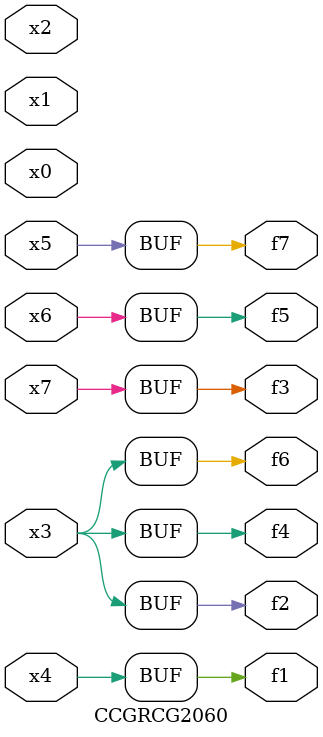
<source format=v>
module CCGRCG2060(
	input x0, x1, x2, x3, x4, x5, x6, x7,
	output f1, f2, f3, f4, f5, f6, f7
);
	assign f1 = x4;
	assign f2 = x3;
	assign f3 = x7;
	assign f4 = x3;
	assign f5 = x6;
	assign f6 = x3;
	assign f7 = x5;
endmodule

</source>
